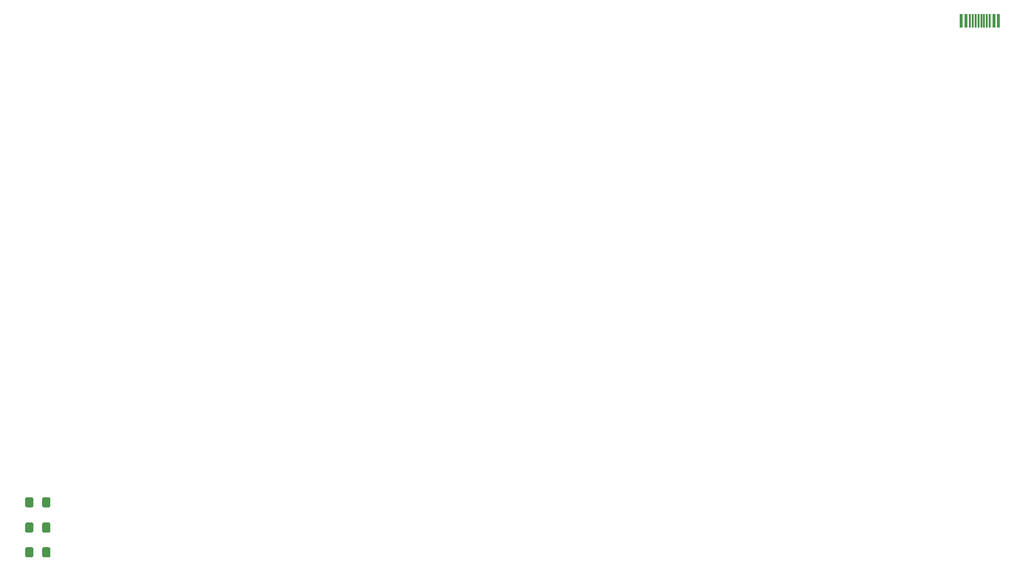
<source format=gbr>
%TF.GenerationSoftware,KiCad,Pcbnew,(5.1.6)-1*%
%TF.CreationDate,2020-07-28T20:53:14+02:00*%
%TF.ProjectId,Proyecto A,50726f79-6563-4746-9f20-412e6b696361,rev?*%
%TF.SameCoordinates,Original*%
%TF.FileFunction,Paste,Top*%
%TF.FilePolarity,Positive*%
%FSLAX46Y46*%
G04 Gerber Fmt 4.6, Leading zero omitted, Abs format (unit mm)*
G04 Created by KiCad (PCBNEW (5.1.6)-1) date 2020-07-28 20:53:14*
%MOMM*%
%LPD*%
G01*
G04 APERTURE LIST*
%ADD10R,0.600000X2.450000*%
%ADD11R,0.300000X2.450000*%
G04 APERTURE END LIST*
D10*
%TO.C,USB1*%
X227977400Y4453000D03*
X234427400Y4453000D03*
X228752400Y4453000D03*
X233652400Y4453000D03*
D11*
X232952400Y4453000D03*
X229452400Y4453000D03*
X232452400Y4453000D03*
X229952400Y4453000D03*
X231952400Y4453000D03*
X230452400Y4453000D03*
X230952400Y4453000D03*
X231452400Y4453000D03*
%TD*%
%TO.C,D3*%
G36*
G01*
X67014900Y-84937000D02*
X67014900Y-83687000D01*
G75*
G02*
X67264900Y-83437000I250000J0D01*
G01*
X68189900Y-83437000D01*
G75*
G02*
X68439900Y-83687000I0J-250000D01*
G01*
X68439900Y-84937000D01*
G75*
G02*
X68189900Y-85187000I-250000J0D01*
G01*
X67264900Y-85187000D01*
G75*
G02*
X67014900Y-84937000I0J250000D01*
G01*
G37*
G36*
G01*
X64039900Y-84937000D02*
X64039900Y-83687000D01*
G75*
G02*
X64289900Y-83437000I250000J0D01*
G01*
X65214900Y-83437000D01*
G75*
G02*
X65464900Y-83687000I0J-250000D01*
G01*
X65464900Y-84937000D01*
G75*
G02*
X65214900Y-85187000I-250000J0D01*
G01*
X64289900Y-85187000D01*
G75*
G02*
X64039900Y-84937000I0J250000D01*
G01*
G37*
%TD*%
%TO.C,D2*%
G36*
G01*
X67014900Y-89262000D02*
X67014900Y-88012000D01*
G75*
G02*
X67264900Y-87762000I250000J0D01*
G01*
X68189900Y-87762000D01*
G75*
G02*
X68439900Y-88012000I0J-250000D01*
G01*
X68439900Y-89262000D01*
G75*
G02*
X68189900Y-89512000I-250000J0D01*
G01*
X67264900Y-89512000D01*
G75*
G02*
X67014900Y-89262000I0J250000D01*
G01*
G37*
G36*
G01*
X64039900Y-89262000D02*
X64039900Y-88012000D01*
G75*
G02*
X64289900Y-87762000I250000J0D01*
G01*
X65214900Y-87762000D01*
G75*
G02*
X65464900Y-88012000I0J-250000D01*
G01*
X65464900Y-89262000D01*
G75*
G02*
X65214900Y-89512000I-250000J0D01*
G01*
X64289900Y-89512000D01*
G75*
G02*
X64039900Y-89262000I0J250000D01*
G01*
G37*
%TD*%
%TO.C,D1*%
G36*
G01*
X67014900Y-80512000D02*
X67014900Y-79262000D01*
G75*
G02*
X67264900Y-79012000I250000J0D01*
G01*
X68189900Y-79012000D01*
G75*
G02*
X68439900Y-79262000I0J-250000D01*
G01*
X68439900Y-80512000D01*
G75*
G02*
X68189900Y-80762000I-250000J0D01*
G01*
X67264900Y-80762000D01*
G75*
G02*
X67014900Y-80512000I0J250000D01*
G01*
G37*
G36*
G01*
X64039900Y-80512000D02*
X64039900Y-79262000D01*
G75*
G02*
X64289900Y-79012000I250000J0D01*
G01*
X65214900Y-79012000D01*
G75*
G02*
X65464900Y-79262000I0J-250000D01*
G01*
X65464900Y-80512000D01*
G75*
G02*
X65214900Y-80762000I-250000J0D01*
G01*
X64289900Y-80762000D01*
G75*
G02*
X64039900Y-80512000I0J250000D01*
G01*
G37*
%TD*%
M02*

</source>
